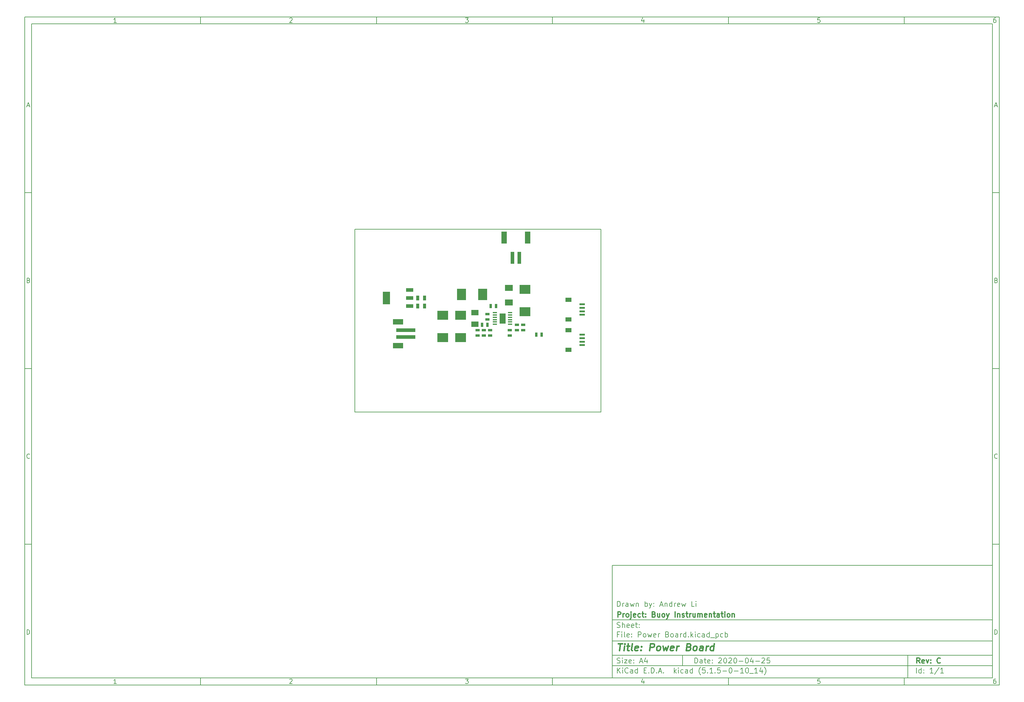
<source format=gbp>
G04 #@! TF.GenerationSoftware,KiCad,Pcbnew,(5.1.5-0-10_14)*
G04 #@! TF.CreationDate,2020-04-26T15:29:48+12:00*
G04 #@! TF.ProjectId,Power Board,506f7765-7220-4426-9f61-72642e6b6963,C*
G04 #@! TF.SameCoordinates,Original*
G04 #@! TF.FileFunction,Paste,Bot*
G04 #@! TF.FilePolarity,Positive*
%FSLAX46Y46*%
G04 Gerber Fmt 4.6, Leading zero omitted, Abs format (unit mm)*
G04 Created by KiCad (PCBNEW (5.1.5-0-10_14)) date 2020-04-26 15:29:48*
%MOMM*%
%LPD*%
G04 APERTURE LIST*
%ADD10C,0.100000*%
%ADD11C,0.150000*%
%ADD12C,0.300000*%
%ADD13C,0.400000*%
%ADD14C,0.200000*%
%ADD15R,1.500000X3.400000*%
%ADD16R,1.000000X3.500000*%
%ADD17R,2.500000X3.250000*%
%ADD18R,3.000000X1.600000*%
%ADD19R,5.500000X1.000000*%
%ADD20R,2.032000X1.016000*%
%ADD21R,2.032000X3.657600*%
%ADD22R,2.199640X1.800000*%
%ADD23R,1.651000X2.845000*%
%ADD24R,1.270000X0.381000*%
%ADD25R,1.800000X1.200000*%
%ADD26R,1.500000X0.600000*%
%ADD27R,2.032000X1.524000*%
%ADD28R,0.889000X1.397000*%
%ADD29R,1.143000X0.635000*%
%ADD30R,0.635000X1.143000*%
%ADD31R,3.100000X2.600000*%
G04 APERTURE END LIST*
D10*
D11*
X177002200Y-166007200D02*
X177002200Y-198007200D01*
X285002200Y-198007200D01*
X285002200Y-166007200D01*
X177002200Y-166007200D01*
D10*
D11*
X10000000Y-10000000D02*
X10000000Y-200007200D01*
X287002200Y-200007200D01*
X287002200Y-10000000D01*
X10000000Y-10000000D01*
D10*
D11*
X12000000Y-12000000D02*
X12000000Y-198007200D01*
X285002200Y-198007200D01*
X285002200Y-12000000D01*
X12000000Y-12000000D01*
D10*
D11*
X60000000Y-12000000D02*
X60000000Y-10000000D01*
D10*
D11*
X110000000Y-12000000D02*
X110000000Y-10000000D01*
D10*
D11*
X160000000Y-12000000D02*
X160000000Y-10000000D01*
D10*
D11*
X210000000Y-12000000D02*
X210000000Y-10000000D01*
D10*
D11*
X260000000Y-12000000D02*
X260000000Y-10000000D01*
D10*
D11*
X36065476Y-11588095D02*
X35322619Y-11588095D01*
X35694047Y-11588095D02*
X35694047Y-10288095D01*
X35570238Y-10473809D01*
X35446428Y-10597619D01*
X35322619Y-10659523D01*
D10*
D11*
X85322619Y-10411904D02*
X85384523Y-10350000D01*
X85508333Y-10288095D01*
X85817857Y-10288095D01*
X85941666Y-10350000D01*
X86003571Y-10411904D01*
X86065476Y-10535714D01*
X86065476Y-10659523D01*
X86003571Y-10845238D01*
X85260714Y-11588095D01*
X86065476Y-11588095D01*
D10*
D11*
X135260714Y-10288095D02*
X136065476Y-10288095D01*
X135632142Y-10783333D01*
X135817857Y-10783333D01*
X135941666Y-10845238D01*
X136003571Y-10907142D01*
X136065476Y-11030952D01*
X136065476Y-11340476D01*
X136003571Y-11464285D01*
X135941666Y-11526190D01*
X135817857Y-11588095D01*
X135446428Y-11588095D01*
X135322619Y-11526190D01*
X135260714Y-11464285D01*
D10*
D11*
X185941666Y-10721428D02*
X185941666Y-11588095D01*
X185632142Y-10226190D02*
X185322619Y-11154761D01*
X186127380Y-11154761D01*
D10*
D11*
X236003571Y-10288095D02*
X235384523Y-10288095D01*
X235322619Y-10907142D01*
X235384523Y-10845238D01*
X235508333Y-10783333D01*
X235817857Y-10783333D01*
X235941666Y-10845238D01*
X236003571Y-10907142D01*
X236065476Y-11030952D01*
X236065476Y-11340476D01*
X236003571Y-11464285D01*
X235941666Y-11526190D01*
X235817857Y-11588095D01*
X235508333Y-11588095D01*
X235384523Y-11526190D01*
X235322619Y-11464285D01*
D10*
D11*
X285941666Y-10288095D02*
X285694047Y-10288095D01*
X285570238Y-10350000D01*
X285508333Y-10411904D01*
X285384523Y-10597619D01*
X285322619Y-10845238D01*
X285322619Y-11340476D01*
X285384523Y-11464285D01*
X285446428Y-11526190D01*
X285570238Y-11588095D01*
X285817857Y-11588095D01*
X285941666Y-11526190D01*
X286003571Y-11464285D01*
X286065476Y-11340476D01*
X286065476Y-11030952D01*
X286003571Y-10907142D01*
X285941666Y-10845238D01*
X285817857Y-10783333D01*
X285570238Y-10783333D01*
X285446428Y-10845238D01*
X285384523Y-10907142D01*
X285322619Y-11030952D01*
D10*
D11*
X60000000Y-198007200D02*
X60000000Y-200007200D01*
D10*
D11*
X110000000Y-198007200D02*
X110000000Y-200007200D01*
D10*
D11*
X160000000Y-198007200D02*
X160000000Y-200007200D01*
D10*
D11*
X210000000Y-198007200D02*
X210000000Y-200007200D01*
D10*
D11*
X260000000Y-198007200D02*
X260000000Y-200007200D01*
D10*
D11*
X36065476Y-199595295D02*
X35322619Y-199595295D01*
X35694047Y-199595295D02*
X35694047Y-198295295D01*
X35570238Y-198481009D01*
X35446428Y-198604819D01*
X35322619Y-198666723D01*
D10*
D11*
X85322619Y-198419104D02*
X85384523Y-198357200D01*
X85508333Y-198295295D01*
X85817857Y-198295295D01*
X85941666Y-198357200D01*
X86003571Y-198419104D01*
X86065476Y-198542914D01*
X86065476Y-198666723D01*
X86003571Y-198852438D01*
X85260714Y-199595295D01*
X86065476Y-199595295D01*
D10*
D11*
X135260714Y-198295295D02*
X136065476Y-198295295D01*
X135632142Y-198790533D01*
X135817857Y-198790533D01*
X135941666Y-198852438D01*
X136003571Y-198914342D01*
X136065476Y-199038152D01*
X136065476Y-199347676D01*
X136003571Y-199471485D01*
X135941666Y-199533390D01*
X135817857Y-199595295D01*
X135446428Y-199595295D01*
X135322619Y-199533390D01*
X135260714Y-199471485D01*
D10*
D11*
X185941666Y-198728628D02*
X185941666Y-199595295D01*
X185632142Y-198233390D02*
X185322619Y-199161961D01*
X186127380Y-199161961D01*
D10*
D11*
X236003571Y-198295295D02*
X235384523Y-198295295D01*
X235322619Y-198914342D01*
X235384523Y-198852438D01*
X235508333Y-198790533D01*
X235817857Y-198790533D01*
X235941666Y-198852438D01*
X236003571Y-198914342D01*
X236065476Y-199038152D01*
X236065476Y-199347676D01*
X236003571Y-199471485D01*
X235941666Y-199533390D01*
X235817857Y-199595295D01*
X235508333Y-199595295D01*
X235384523Y-199533390D01*
X235322619Y-199471485D01*
D10*
D11*
X285941666Y-198295295D02*
X285694047Y-198295295D01*
X285570238Y-198357200D01*
X285508333Y-198419104D01*
X285384523Y-198604819D01*
X285322619Y-198852438D01*
X285322619Y-199347676D01*
X285384523Y-199471485D01*
X285446428Y-199533390D01*
X285570238Y-199595295D01*
X285817857Y-199595295D01*
X285941666Y-199533390D01*
X286003571Y-199471485D01*
X286065476Y-199347676D01*
X286065476Y-199038152D01*
X286003571Y-198914342D01*
X285941666Y-198852438D01*
X285817857Y-198790533D01*
X285570238Y-198790533D01*
X285446428Y-198852438D01*
X285384523Y-198914342D01*
X285322619Y-199038152D01*
D10*
D11*
X10000000Y-60000000D02*
X12000000Y-60000000D01*
D10*
D11*
X10000000Y-110000000D02*
X12000000Y-110000000D01*
D10*
D11*
X10000000Y-160000000D02*
X12000000Y-160000000D01*
D10*
D11*
X10690476Y-35216666D02*
X11309523Y-35216666D01*
X10566666Y-35588095D02*
X11000000Y-34288095D01*
X11433333Y-35588095D01*
D10*
D11*
X11092857Y-84907142D02*
X11278571Y-84969047D01*
X11340476Y-85030952D01*
X11402380Y-85154761D01*
X11402380Y-85340476D01*
X11340476Y-85464285D01*
X11278571Y-85526190D01*
X11154761Y-85588095D01*
X10659523Y-85588095D01*
X10659523Y-84288095D01*
X11092857Y-84288095D01*
X11216666Y-84350000D01*
X11278571Y-84411904D01*
X11340476Y-84535714D01*
X11340476Y-84659523D01*
X11278571Y-84783333D01*
X11216666Y-84845238D01*
X11092857Y-84907142D01*
X10659523Y-84907142D01*
D10*
D11*
X11402380Y-135464285D02*
X11340476Y-135526190D01*
X11154761Y-135588095D01*
X11030952Y-135588095D01*
X10845238Y-135526190D01*
X10721428Y-135402380D01*
X10659523Y-135278571D01*
X10597619Y-135030952D01*
X10597619Y-134845238D01*
X10659523Y-134597619D01*
X10721428Y-134473809D01*
X10845238Y-134350000D01*
X11030952Y-134288095D01*
X11154761Y-134288095D01*
X11340476Y-134350000D01*
X11402380Y-134411904D01*
D10*
D11*
X10659523Y-185588095D02*
X10659523Y-184288095D01*
X10969047Y-184288095D01*
X11154761Y-184350000D01*
X11278571Y-184473809D01*
X11340476Y-184597619D01*
X11402380Y-184845238D01*
X11402380Y-185030952D01*
X11340476Y-185278571D01*
X11278571Y-185402380D01*
X11154761Y-185526190D01*
X10969047Y-185588095D01*
X10659523Y-185588095D01*
D10*
D11*
X287002200Y-60000000D02*
X285002200Y-60000000D01*
D10*
D11*
X287002200Y-110000000D02*
X285002200Y-110000000D01*
D10*
D11*
X287002200Y-160000000D02*
X285002200Y-160000000D01*
D10*
D11*
X285692676Y-35216666D02*
X286311723Y-35216666D01*
X285568866Y-35588095D02*
X286002200Y-34288095D01*
X286435533Y-35588095D01*
D10*
D11*
X286095057Y-84907142D02*
X286280771Y-84969047D01*
X286342676Y-85030952D01*
X286404580Y-85154761D01*
X286404580Y-85340476D01*
X286342676Y-85464285D01*
X286280771Y-85526190D01*
X286156961Y-85588095D01*
X285661723Y-85588095D01*
X285661723Y-84288095D01*
X286095057Y-84288095D01*
X286218866Y-84350000D01*
X286280771Y-84411904D01*
X286342676Y-84535714D01*
X286342676Y-84659523D01*
X286280771Y-84783333D01*
X286218866Y-84845238D01*
X286095057Y-84907142D01*
X285661723Y-84907142D01*
D10*
D11*
X286404580Y-135464285D02*
X286342676Y-135526190D01*
X286156961Y-135588095D01*
X286033152Y-135588095D01*
X285847438Y-135526190D01*
X285723628Y-135402380D01*
X285661723Y-135278571D01*
X285599819Y-135030952D01*
X285599819Y-134845238D01*
X285661723Y-134597619D01*
X285723628Y-134473809D01*
X285847438Y-134350000D01*
X286033152Y-134288095D01*
X286156961Y-134288095D01*
X286342676Y-134350000D01*
X286404580Y-134411904D01*
D10*
D11*
X285661723Y-185588095D02*
X285661723Y-184288095D01*
X285971247Y-184288095D01*
X286156961Y-184350000D01*
X286280771Y-184473809D01*
X286342676Y-184597619D01*
X286404580Y-184845238D01*
X286404580Y-185030952D01*
X286342676Y-185278571D01*
X286280771Y-185402380D01*
X286156961Y-185526190D01*
X285971247Y-185588095D01*
X285661723Y-185588095D01*
D10*
D11*
X200434342Y-193785771D02*
X200434342Y-192285771D01*
X200791485Y-192285771D01*
X201005771Y-192357200D01*
X201148628Y-192500057D01*
X201220057Y-192642914D01*
X201291485Y-192928628D01*
X201291485Y-193142914D01*
X201220057Y-193428628D01*
X201148628Y-193571485D01*
X201005771Y-193714342D01*
X200791485Y-193785771D01*
X200434342Y-193785771D01*
X202577200Y-193785771D02*
X202577200Y-193000057D01*
X202505771Y-192857200D01*
X202362914Y-192785771D01*
X202077200Y-192785771D01*
X201934342Y-192857200D01*
X202577200Y-193714342D02*
X202434342Y-193785771D01*
X202077200Y-193785771D01*
X201934342Y-193714342D01*
X201862914Y-193571485D01*
X201862914Y-193428628D01*
X201934342Y-193285771D01*
X202077200Y-193214342D01*
X202434342Y-193214342D01*
X202577200Y-193142914D01*
X203077200Y-192785771D02*
X203648628Y-192785771D01*
X203291485Y-192285771D02*
X203291485Y-193571485D01*
X203362914Y-193714342D01*
X203505771Y-193785771D01*
X203648628Y-193785771D01*
X204720057Y-193714342D02*
X204577200Y-193785771D01*
X204291485Y-193785771D01*
X204148628Y-193714342D01*
X204077200Y-193571485D01*
X204077200Y-193000057D01*
X204148628Y-192857200D01*
X204291485Y-192785771D01*
X204577200Y-192785771D01*
X204720057Y-192857200D01*
X204791485Y-193000057D01*
X204791485Y-193142914D01*
X204077200Y-193285771D01*
X205434342Y-193642914D02*
X205505771Y-193714342D01*
X205434342Y-193785771D01*
X205362914Y-193714342D01*
X205434342Y-193642914D01*
X205434342Y-193785771D01*
X205434342Y-192857200D02*
X205505771Y-192928628D01*
X205434342Y-193000057D01*
X205362914Y-192928628D01*
X205434342Y-192857200D01*
X205434342Y-193000057D01*
X207220057Y-192428628D02*
X207291485Y-192357200D01*
X207434342Y-192285771D01*
X207791485Y-192285771D01*
X207934342Y-192357200D01*
X208005771Y-192428628D01*
X208077200Y-192571485D01*
X208077200Y-192714342D01*
X208005771Y-192928628D01*
X207148628Y-193785771D01*
X208077200Y-193785771D01*
X209005771Y-192285771D02*
X209148628Y-192285771D01*
X209291485Y-192357200D01*
X209362914Y-192428628D01*
X209434342Y-192571485D01*
X209505771Y-192857200D01*
X209505771Y-193214342D01*
X209434342Y-193500057D01*
X209362914Y-193642914D01*
X209291485Y-193714342D01*
X209148628Y-193785771D01*
X209005771Y-193785771D01*
X208862914Y-193714342D01*
X208791485Y-193642914D01*
X208720057Y-193500057D01*
X208648628Y-193214342D01*
X208648628Y-192857200D01*
X208720057Y-192571485D01*
X208791485Y-192428628D01*
X208862914Y-192357200D01*
X209005771Y-192285771D01*
X210077200Y-192428628D02*
X210148628Y-192357200D01*
X210291485Y-192285771D01*
X210648628Y-192285771D01*
X210791485Y-192357200D01*
X210862914Y-192428628D01*
X210934342Y-192571485D01*
X210934342Y-192714342D01*
X210862914Y-192928628D01*
X210005771Y-193785771D01*
X210934342Y-193785771D01*
X211862914Y-192285771D02*
X212005771Y-192285771D01*
X212148628Y-192357200D01*
X212220057Y-192428628D01*
X212291485Y-192571485D01*
X212362914Y-192857200D01*
X212362914Y-193214342D01*
X212291485Y-193500057D01*
X212220057Y-193642914D01*
X212148628Y-193714342D01*
X212005771Y-193785771D01*
X211862914Y-193785771D01*
X211720057Y-193714342D01*
X211648628Y-193642914D01*
X211577200Y-193500057D01*
X211505771Y-193214342D01*
X211505771Y-192857200D01*
X211577200Y-192571485D01*
X211648628Y-192428628D01*
X211720057Y-192357200D01*
X211862914Y-192285771D01*
X213005771Y-193214342D02*
X214148628Y-193214342D01*
X215148628Y-192285771D02*
X215291485Y-192285771D01*
X215434342Y-192357200D01*
X215505771Y-192428628D01*
X215577200Y-192571485D01*
X215648628Y-192857200D01*
X215648628Y-193214342D01*
X215577200Y-193500057D01*
X215505771Y-193642914D01*
X215434342Y-193714342D01*
X215291485Y-193785771D01*
X215148628Y-193785771D01*
X215005771Y-193714342D01*
X214934342Y-193642914D01*
X214862914Y-193500057D01*
X214791485Y-193214342D01*
X214791485Y-192857200D01*
X214862914Y-192571485D01*
X214934342Y-192428628D01*
X215005771Y-192357200D01*
X215148628Y-192285771D01*
X216934342Y-192785771D02*
X216934342Y-193785771D01*
X216577200Y-192214342D02*
X216220057Y-193285771D01*
X217148628Y-193285771D01*
X217720057Y-193214342D02*
X218862914Y-193214342D01*
X219505771Y-192428628D02*
X219577200Y-192357200D01*
X219720057Y-192285771D01*
X220077200Y-192285771D01*
X220220057Y-192357200D01*
X220291485Y-192428628D01*
X220362914Y-192571485D01*
X220362914Y-192714342D01*
X220291485Y-192928628D01*
X219434342Y-193785771D01*
X220362914Y-193785771D01*
X221720057Y-192285771D02*
X221005771Y-192285771D01*
X220934342Y-193000057D01*
X221005771Y-192928628D01*
X221148628Y-192857200D01*
X221505771Y-192857200D01*
X221648628Y-192928628D01*
X221720057Y-193000057D01*
X221791485Y-193142914D01*
X221791485Y-193500057D01*
X221720057Y-193642914D01*
X221648628Y-193714342D01*
X221505771Y-193785771D01*
X221148628Y-193785771D01*
X221005771Y-193714342D01*
X220934342Y-193642914D01*
D10*
D11*
X177002200Y-194507200D02*
X285002200Y-194507200D01*
D10*
D11*
X178434342Y-196585771D02*
X178434342Y-195085771D01*
X179291485Y-196585771D02*
X178648628Y-195728628D01*
X179291485Y-195085771D02*
X178434342Y-195942914D01*
X179934342Y-196585771D02*
X179934342Y-195585771D01*
X179934342Y-195085771D02*
X179862914Y-195157200D01*
X179934342Y-195228628D01*
X180005771Y-195157200D01*
X179934342Y-195085771D01*
X179934342Y-195228628D01*
X181505771Y-196442914D02*
X181434342Y-196514342D01*
X181220057Y-196585771D01*
X181077200Y-196585771D01*
X180862914Y-196514342D01*
X180720057Y-196371485D01*
X180648628Y-196228628D01*
X180577200Y-195942914D01*
X180577200Y-195728628D01*
X180648628Y-195442914D01*
X180720057Y-195300057D01*
X180862914Y-195157200D01*
X181077200Y-195085771D01*
X181220057Y-195085771D01*
X181434342Y-195157200D01*
X181505771Y-195228628D01*
X182791485Y-196585771D02*
X182791485Y-195800057D01*
X182720057Y-195657200D01*
X182577200Y-195585771D01*
X182291485Y-195585771D01*
X182148628Y-195657200D01*
X182791485Y-196514342D02*
X182648628Y-196585771D01*
X182291485Y-196585771D01*
X182148628Y-196514342D01*
X182077200Y-196371485D01*
X182077200Y-196228628D01*
X182148628Y-196085771D01*
X182291485Y-196014342D01*
X182648628Y-196014342D01*
X182791485Y-195942914D01*
X184148628Y-196585771D02*
X184148628Y-195085771D01*
X184148628Y-196514342D02*
X184005771Y-196585771D01*
X183720057Y-196585771D01*
X183577200Y-196514342D01*
X183505771Y-196442914D01*
X183434342Y-196300057D01*
X183434342Y-195871485D01*
X183505771Y-195728628D01*
X183577200Y-195657200D01*
X183720057Y-195585771D01*
X184005771Y-195585771D01*
X184148628Y-195657200D01*
X186005771Y-195800057D02*
X186505771Y-195800057D01*
X186720057Y-196585771D02*
X186005771Y-196585771D01*
X186005771Y-195085771D01*
X186720057Y-195085771D01*
X187362914Y-196442914D02*
X187434342Y-196514342D01*
X187362914Y-196585771D01*
X187291485Y-196514342D01*
X187362914Y-196442914D01*
X187362914Y-196585771D01*
X188077200Y-196585771D02*
X188077200Y-195085771D01*
X188434342Y-195085771D01*
X188648628Y-195157200D01*
X188791485Y-195300057D01*
X188862914Y-195442914D01*
X188934342Y-195728628D01*
X188934342Y-195942914D01*
X188862914Y-196228628D01*
X188791485Y-196371485D01*
X188648628Y-196514342D01*
X188434342Y-196585771D01*
X188077200Y-196585771D01*
X189577200Y-196442914D02*
X189648628Y-196514342D01*
X189577200Y-196585771D01*
X189505771Y-196514342D01*
X189577200Y-196442914D01*
X189577200Y-196585771D01*
X190220057Y-196157200D02*
X190934342Y-196157200D01*
X190077200Y-196585771D02*
X190577200Y-195085771D01*
X191077200Y-196585771D01*
X191577200Y-196442914D02*
X191648628Y-196514342D01*
X191577200Y-196585771D01*
X191505771Y-196514342D01*
X191577200Y-196442914D01*
X191577200Y-196585771D01*
X194577200Y-196585771D02*
X194577200Y-195085771D01*
X194720057Y-196014342D02*
X195148628Y-196585771D01*
X195148628Y-195585771D02*
X194577200Y-196157200D01*
X195791485Y-196585771D02*
X195791485Y-195585771D01*
X195791485Y-195085771D02*
X195720057Y-195157200D01*
X195791485Y-195228628D01*
X195862914Y-195157200D01*
X195791485Y-195085771D01*
X195791485Y-195228628D01*
X197148628Y-196514342D02*
X197005771Y-196585771D01*
X196720057Y-196585771D01*
X196577200Y-196514342D01*
X196505771Y-196442914D01*
X196434342Y-196300057D01*
X196434342Y-195871485D01*
X196505771Y-195728628D01*
X196577200Y-195657200D01*
X196720057Y-195585771D01*
X197005771Y-195585771D01*
X197148628Y-195657200D01*
X198434342Y-196585771D02*
X198434342Y-195800057D01*
X198362914Y-195657200D01*
X198220057Y-195585771D01*
X197934342Y-195585771D01*
X197791485Y-195657200D01*
X198434342Y-196514342D02*
X198291485Y-196585771D01*
X197934342Y-196585771D01*
X197791485Y-196514342D01*
X197720057Y-196371485D01*
X197720057Y-196228628D01*
X197791485Y-196085771D01*
X197934342Y-196014342D01*
X198291485Y-196014342D01*
X198434342Y-195942914D01*
X199791485Y-196585771D02*
X199791485Y-195085771D01*
X199791485Y-196514342D02*
X199648628Y-196585771D01*
X199362914Y-196585771D01*
X199220057Y-196514342D01*
X199148628Y-196442914D01*
X199077200Y-196300057D01*
X199077200Y-195871485D01*
X199148628Y-195728628D01*
X199220057Y-195657200D01*
X199362914Y-195585771D01*
X199648628Y-195585771D01*
X199791485Y-195657200D01*
X202077200Y-197157200D02*
X202005771Y-197085771D01*
X201862914Y-196871485D01*
X201791485Y-196728628D01*
X201720057Y-196514342D01*
X201648628Y-196157200D01*
X201648628Y-195871485D01*
X201720057Y-195514342D01*
X201791485Y-195300057D01*
X201862914Y-195157200D01*
X202005771Y-194942914D01*
X202077200Y-194871485D01*
X203362914Y-195085771D02*
X202648628Y-195085771D01*
X202577200Y-195800057D01*
X202648628Y-195728628D01*
X202791485Y-195657200D01*
X203148628Y-195657200D01*
X203291485Y-195728628D01*
X203362914Y-195800057D01*
X203434342Y-195942914D01*
X203434342Y-196300057D01*
X203362914Y-196442914D01*
X203291485Y-196514342D01*
X203148628Y-196585771D01*
X202791485Y-196585771D01*
X202648628Y-196514342D01*
X202577200Y-196442914D01*
X204077200Y-196442914D02*
X204148628Y-196514342D01*
X204077200Y-196585771D01*
X204005771Y-196514342D01*
X204077200Y-196442914D01*
X204077200Y-196585771D01*
X205577200Y-196585771D02*
X204720057Y-196585771D01*
X205148628Y-196585771D02*
X205148628Y-195085771D01*
X205005771Y-195300057D01*
X204862914Y-195442914D01*
X204720057Y-195514342D01*
X206220057Y-196442914D02*
X206291485Y-196514342D01*
X206220057Y-196585771D01*
X206148628Y-196514342D01*
X206220057Y-196442914D01*
X206220057Y-196585771D01*
X207648628Y-195085771D02*
X206934342Y-195085771D01*
X206862914Y-195800057D01*
X206934342Y-195728628D01*
X207077200Y-195657200D01*
X207434342Y-195657200D01*
X207577200Y-195728628D01*
X207648628Y-195800057D01*
X207720057Y-195942914D01*
X207720057Y-196300057D01*
X207648628Y-196442914D01*
X207577200Y-196514342D01*
X207434342Y-196585771D01*
X207077200Y-196585771D01*
X206934342Y-196514342D01*
X206862914Y-196442914D01*
X208362914Y-196014342D02*
X209505771Y-196014342D01*
X210505771Y-195085771D02*
X210648628Y-195085771D01*
X210791485Y-195157200D01*
X210862914Y-195228628D01*
X210934342Y-195371485D01*
X211005771Y-195657200D01*
X211005771Y-196014342D01*
X210934342Y-196300057D01*
X210862914Y-196442914D01*
X210791485Y-196514342D01*
X210648628Y-196585771D01*
X210505771Y-196585771D01*
X210362914Y-196514342D01*
X210291485Y-196442914D01*
X210220057Y-196300057D01*
X210148628Y-196014342D01*
X210148628Y-195657200D01*
X210220057Y-195371485D01*
X210291485Y-195228628D01*
X210362914Y-195157200D01*
X210505771Y-195085771D01*
X211648628Y-196014342D02*
X212791485Y-196014342D01*
X214291485Y-196585771D02*
X213434342Y-196585771D01*
X213862914Y-196585771D02*
X213862914Y-195085771D01*
X213720057Y-195300057D01*
X213577200Y-195442914D01*
X213434342Y-195514342D01*
X215220057Y-195085771D02*
X215362914Y-195085771D01*
X215505771Y-195157200D01*
X215577200Y-195228628D01*
X215648628Y-195371485D01*
X215720057Y-195657200D01*
X215720057Y-196014342D01*
X215648628Y-196300057D01*
X215577200Y-196442914D01*
X215505771Y-196514342D01*
X215362914Y-196585771D01*
X215220057Y-196585771D01*
X215077200Y-196514342D01*
X215005771Y-196442914D01*
X214934342Y-196300057D01*
X214862914Y-196014342D01*
X214862914Y-195657200D01*
X214934342Y-195371485D01*
X215005771Y-195228628D01*
X215077200Y-195157200D01*
X215220057Y-195085771D01*
X216005771Y-196728628D02*
X217148628Y-196728628D01*
X218291485Y-196585771D02*
X217434342Y-196585771D01*
X217862914Y-196585771D02*
X217862914Y-195085771D01*
X217720057Y-195300057D01*
X217577200Y-195442914D01*
X217434342Y-195514342D01*
X219577200Y-195585771D02*
X219577200Y-196585771D01*
X219220057Y-195014342D02*
X218862914Y-196085771D01*
X219791485Y-196085771D01*
X220220057Y-197157200D02*
X220291485Y-197085771D01*
X220434342Y-196871485D01*
X220505771Y-196728628D01*
X220577200Y-196514342D01*
X220648628Y-196157200D01*
X220648628Y-195871485D01*
X220577200Y-195514342D01*
X220505771Y-195300057D01*
X220434342Y-195157200D01*
X220291485Y-194942914D01*
X220220057Y-194871485D01*
D10*
D11*
X177002200Y-191507200D02*
X285002200Y-191507200D01*
D10*
D12*
X264411485Y-193785771D02*
X263911485Y-193071485D01*
X263554342Y-193785771D02*
X263554342Y-192285771D01*
X264125771Y-192285771D01*
X264268628Y-192357200D01*
X264340057Y-192428628D01*
X264411485Y-192571485D01*
X264411485Y-192785771D01*
X264340057Y-192928628D01*
X264268628Y-193000057D01*
X264125771Y-193071485D01*
X263554342Y-193071485D01*
X265625771Y-193714342D02*
X265482914Y-193785771D01*
X265197200Y-193785771D01*
X265054342Y-193714342D01*
X264982914Y-193571485D01*
X264982914Y-193000057D01*
X265054342Y-192857200D01*
X265197200Y-192785771D01*
X265482914Y-192785771D01*
X265625771Y-192857200D01*
X265697200Y-193000057D01*
X265697200Y-193142914D01*
X264982914Y-193285771D01*
X266197200Y-192785771D02*
X266554342Y-193785771D01*
X266911485Y-192785771D01*
X267482914Y-193642914D02*
X267554342Y-193714342D01*
X267482914Y-193785771D01*
X267411485Y-193714342D01*
X267482914Y-193642914D01*
X267482914Y-193785771D01*
X267482914Y-192857200D02*
X267554342Y-192928628D01*
X267482914Y-193000057D01*
X267411485Y-192928628D01*
X267482914Y-192857200D01*
X267482914Y-193000057D01*
X270197200Y-193642914D02*
X270125771Y-193714342D01*
X269911485Y-193785771D01*
X269768628Y-193785771D01*
X269554342Y-193714342D01*
X269411485Y-193571485D01*
X269340057Y-193428628D01*
X269268628Y-193142914D01*
X269268628Y-192928628D01*
X269340057Y-192642914D01*
X269411485Y-192500057D01*
X269554342Y-192357200D01*
X269768628Y-192285771D01*
X269911485Y-192285771D01*
X270125771Y-192357200D01*
X270197200Y-192428628D01*
D10*
D11*
X178362914Y-193714342D02*
X178577200Y-193785771D01*
X178934342Y-193785771D01*
X179077200Y-193714342D01*
X179148628Y-193642914D01*
X179220057Y-193500057D01*
X179220057Y-193357200D01*
X179148628Y-193214342D01*
X179077200Y-193142914D01*
X178934342Y-193071485D01*
X178648628Y-193000057D01*
X178505771Y-192928628D01*
X178434342Y-192857200D01*
X178362914Y-192714342D01*
X178362914Y-192571485D01*
X178434342Y-192428628D01*
X178505771Y-192357200D01*
X178648628Y-192285771D01*
X179005771Y-192285771D01*
X179220057Y-192357200D01*
X179862914Y-193785771D02*
X179862914Y-192785771D01*
X179862914Y-192285771D02*
X179791485Y-192357200D01*
X179862914Y-192428628D01*
X179934342Y-192357200D01*
X179862914Y-192285771D01*
X179862914Y-192428628D01*
X180434342Y-192785771D02*
X181220057Y-192785771D01*
X180434342Y-193785771D01*
X181220057Y-193785771D01*
X182362914Y-193714342D02*
X182220057Y-193785771D01*
X181934342Y-193785771D01*
X181791485Y-193714342D01*
X181720057Y-193571485D01*
X181720057Y-193000057D01*
X181791485Y-192857200D01*
X181934342Y-192785771D01*
X182220057Y-192785771D01*
X182362914Y-192857200D01*
X182434342Y-193000057D01*
X182434342Y-193142914D01*
X181720057Y-193285771D01*
X183077200Y-193642914D02*
X183148628Y-193714342D01*
X183077200Y-193785771D01*
X183005771Y-193714342D01*
X183077200Y-193642914D01*
X183077200Y-193785771D01*
X183077200Y-192857200D02*
X183148628Y-192928628D01*
X183077200Y-193000057D01*
X183005771Y-192928628D01*
X183077200Y-192857200D01*
X183077200Y-193000057D01*
X184862914Y-193357200D02*
X185577200Y-193357200D01*
X184720057Y-193785771D02*
X185220057Y-192285771D01*
X185720057Y-193785771D01*
X186862914Y-192785771D02*
X186862914Y-193785771D01*
X186505771Y-192214342D02*
X186148628Y-193285771D01*
X187077200Y-193285771D01*
D10*
D11*
X263434342Y-196585771D02*
X263434342Y-195085771D01*
X264791485Y-196585771D02*
X264791485Y-195085771D01*
X264791485Y-196514342D02*
X264648628Y-196585771D01*
X264362914Y-196585771D01*
X264220057Y-196514342D01*
X264148628Y-196442914D01*
X264077200Y-196300057D01*
X264077200Y-195871485D01*
X264148628Y-195728628D01*
X264220057Y-195657200D01*
X264362914Y-195585771D01*
X264648628Y-195585771D01*
X264791485Y-195657200D01*
X265505771Y-196442914D02*
X265577200Y-196514342D01*
X265505771Y-196585771D01*
X265434342Y-196514342D01*
X265505771Y-196442914D01*
X265505771Y-196585771D01*
X265505771Y-195657200D02*
X265577200Y-195728628D01*
X265505771Y-195800057D01*
X265434342Y-195728628D01*
X265505771Y-195657200D01*
X265505771Y-195800057D01*
X268148628Y-196585771D02*
X267291485Y-196585771D01*
X267720057Y-196585771D02*
X267720057Y-195085771D01*
X267577200Y-195300057D01*
X267434342Y-195442914D01*
X267291485Y-195514342D01*
X269862914Y-195014342D02*
X268577200Y-196942914D01*
X271148628Y-196585771D02*
X270291485Y-196585771D01*
X270720057Y-196585771D02*
X270720057Y-195085771D01*
X270577200Y-195300057D01*
X270434342Y-195442914D01*
X270291485Y-195514342D01*
D10*
D11*
X177002200Y-187507200D02*
X285002200Y-187507200D01*
D10*
D13*
X178714580Y-188211961D02*
X179857438Y-188211961D01*
X179036009Y-190211961D02*
X179286009Y-188211961D01*
X180274104Y-190211961D02*
X180440771Y-188878628D01*
X180524104Y-188211961D02*
X180416961Y-188307200D01*
X180500295Y-188402438D01*
X180607438Y-188307200D01*
X180524104Y-188211961D01*
X180500295Y-188402438D01*
X181107438Y-188878628D02*
X181869342Y-188878628D01*
X181476485Y-188211961D02*
X181262200Y-189926247D01*
X181333628Y-190116723D01*
X181512200Y-190211961D01*
X181702676Y-190211961D01*
X182655057Y-190211961D02*
X182476485Y-190116723D01*
X182405057Y-189926247D01*
X182619342Y-188211961D01*
X184190771Y-190116723D02*
X183988390Y-190211961D01*
X183607438Y-190211961D01*
X183428866Y-190116723D01*
X183357438Y-189926247D01*
X183452676Y-189164342D01*
X183571723Y-188973866D01*
X183774104Y-188878628D01*
X184155057Y-188878628D01*
X184333628Y-188973866D01*
X184405057Y-189164342D01*
X184381247Y-189354819D01*
X183405057Y-189545295D01*
X185155057Y-190021485D02*
X185238390Y-190116723D01*
X185131247Y-190211961D01*
X185047914Y-190116723D01*
X185155057Y-190021485D01*
X185131247Y-190211961D01*
X185286009Y-188973866D02*
X185369342Y-189069104D01*
X185262200Y-189164342D01*
X185178866Y-189069104D01*
X185286009Y-188973866D01*
X185262200Y-189164342D01*
X187607438Y-190211961D02*
X187857438Y-188211961D01*
X188619342Y-188211961D01*
X188797914Y-188307200D01*
X188881247Y-188402438D01*
X188952676Y-188592914D01*
X188916961Y-188878628D01*
X188797914Y-189069104D01*
X188690771Y-189164342D01*
X188488390Y-189259580D01*
X187726485Y-189259580D01*
X189893152Y-190211961D02*
X189714580Y-190116723D01*
X189631247Y-190021485D01*
X189559819Y-189831009D01*
X189631247Y-189259580D01*
X189750295Y-189069104D01*
X189857438Y-188973866D01*
X190059819Y-188878628D01*
X190345533Y-188878628D01*
X190524104Y-188973866D01*
X190607438Y-189069104D01*
X190678866Y-189259580D01*
X190607438Y-189831009D01*
X190488390Y-190021485D01*
X190381247Y-190116723D01*
X190178866Y-190211961D01*
X189893152Y-190211961D01*
X191393152Y-188878628D02*
X191607438Y-190211961D01*
X192107438Y-189259580D01*
X192369342Y-190211961D01*
X192916961Y-188878628D01*
X194286009Y-190116723D02*
X194083628Y-190211961D01*
X193702676Y-190211961D01*
X193524104Y-190116723D01*
X193452676Y-189926247D01*
X193547914Y-189164342D01*
X193666961Y-188973866D01*
X193869342Y-188878628D01*
X194250295Y-188878628D01*
X194428866Y-188973866D01*
X194500295Y-189164342D01*
X194476485Y-189354819D01*
X193500295Y-189545295D01*
X195226485Y-190211961D02*
X195393152Y-188878628D01*
X195345533Y-189259580D02*
X195464580Y-189069104D01*
X195571723Y-188973866D01*
X195774104Y-188878628D01*
X195964580Y-188878628D01*
X198786009Y-189164342D02*
X199059819Y-189259580D01*
X199143152Y-189354819D01*
X199214580Y-189545295D01*
X199178866Y-189831009D01*
X199059819Y-190021485D01*
X198952676Y-190116723D01*
X198750295Y-190211961D01*
X197988390Y-190211961D01*
X198238390Y-188211961D01*
X198905057Y-188211961D01*
X199083628Y-188307200D01*
X199166961Y-188402438D01*
X199238390Y-188592914D01*
X199214580Y-188783390D01*
X199095533Y-188973866D01*
X198988390Y-189069104D01*
X198786009Y-189164342D01*
X198119342Y-189164342D01*
X200274104Y-190211961D02*
X200095533Y-190116723D01*
X200012200Y-190021485D01*
X199940771Y-189831009D01*
X200012200Y-189259580D01*
X200131247Y-189069104D01*
X200238390Y-188973866D01*
X200440771Y-188878628D01*
X200726485Y-188878628D01*
X200905057Y-188973866D01*
X200988390Y-189069104D01*
X201059819Y-189259580D01*
X200988390Y-189831009D01*
X200869342Y-190021485D01*
X200762200Y-190116723D01*
X200559819Y-190211961D01*
X200274104Y-190211961D01*
X202655057Y-190211961D02*
X202786009Y-189164342D01*
X202714580Y-188973866D01*
X202536009Y-188878628D01*
X202155057Y-188878628D01*
X201952676Y-188973866D01*
X202666961Y-190116723D02*
X202464580Y-190211961D01*
X201988390Y-190211961D01*
X201809819Y-190116723D01*
X201738390Y-189926247D01*
X201762200Y-189735771D01*
X201881247Y-189545295D01*
X202083628Y-189450057D01*
X202559819Y-189450057D01*
X202762200Y-189354819D01*
X203607438Y-190211961D02*
X203774104Y-188878628D01*
X203726485Y-189259580D02*
X203845533Y-189069104D01*
X203952676Y-188973866D01*
X204155057Y-188878628D01*
X204345533Y-188878628D01*
X205702676Y-190211961D02*
X205952676Y-188211961D01*
X205714580Y-190116723D02*
X205512200Y-190211961D01*
X205131247Y-190211961D01*
X204952676Y-190116723D01*
X204869342Y-190021485D01*
X204797914Y-189831009D01*
X204869342Y-189259580D01*
X204988390Y-189069104D01*
X205095533Y-188973866D01*
X205297914Y-188878628D01*
X205678866Y-188878628D01*
X205857438Y-188973866D01*
D10*
D11*
X178934342Y-185600057D02*
X178434342Y-185600057D01*
X178434342Y-186385771D02*
X178434342Y-184885771D01*
X179148628Y-184885771D01*
X179720057Y-186385771D02*
X179720057Y-185385771D01*
X179720057Y-184885771D02*
X179648628Y-184957200D01*
X179720057Y-185028628D01*
X179791485Y-184957200D01*
X179720057Y-184885771D01*
X179720057Y-185028628D01*
X180648628Y-186385771D02*
X180505771Y-186314342D01*
X180434342Y-186171485D01*
X180434342Y-184885771D01*
X181791485Y-186314342D02*
X181648628Y-186385771D01*
X181362914Y-186385771D01*
X181220057Y-186314342D01*
X181148628Y-186171485D01*
X181148628Y-185600057D01*
X181220057Y-185457200D01*
X181362914Y-185385771D01*
X181648628Y-185385771D01*
X181791485Y-185457200D01*
X181862914Y-185600057D01*
X181862914Y-185742914D01*
X181148628Y-185885771D01*
X182505771Y-186242914D02*
X182577200Y-186314342D01*
X182505771Y-186385771D01*
X182434342Y-186314342D01*
X182505771Y-186242914D01*
X182505771Y-186385771D01*
X182505771Y-185457200D02*
X182577200Y-185528628D01*
X182505771Y-185600057D01*
X182434342Y-185528628D01*
X182505771Y-185457200D01*
X182505771Y-185600057D01*
X184362914Y-186385771D02*
X184362914Y-184885771D01*
X184934342Y-184885771D01*
X185077200Y-184957200D01*
X185148628Y-185028628D01*
X185220057Y-185171485D01*
X185220057Y-185385771D01*
X185148628Y-185528628D01*
X185077200Y-185600057D01*
X184934342Y-185671485D01*
X184362914Y-185671485D01*
X186077200Y-186385771D02*
X185934342Y-186314342D01*
X185862914Y-186242914D01*
X185791485Y-186100057D01*
X185791485Y-185671485D01*
X185862914Y-185528628D01*
X185934342Y-185457200D01*
X186077200Y-185385771D01*
X186291485Y-185385771D01*
X186434342Y-185457200D01*
X186505771Y-185528628D01*
X186577200Y-185671485D01*
X186577200Y-186100057D01*
X186505771Y-186242914D01*
X186434342Y-186314342D01*
X186291485Y-186385771D01*
X186077200Y-186385771D01*
X187077200Y-185385771D02*
X187362914Y-186385771D01*
X187648628Y-185671485D01*
X187934342Y-186385771D01*
X188220057Y-185385771D01*
X189362914Y-186314342D02*
X189220057Y-186385771D01*
X188934342Y-186385771D01*
X188791485Y-186314342D01*
X188720057Y-186171485D01*
X188720057Y-185600057D01*
X188791485Y-185457200D01*
X188934342Y-185385771D01*
X189220057Y-185385771D01*
X189362914Y-185457200D01*
X189434342Y-185600057D01*
X189434342Y-185742914D01*
X188720057Y-185885771D01*
X190077200Y-186385771D02*
X190077200Y-185385771D01*
X190077200Y-185671485D02*
X190148628Y-185528628D01*
X190220057Y-185457200D01*
X190362914Y-185385771D01*
X190505771Y-185385771D01*
X192648628Y-185600057D02*
X192862914Y-185671485D01*
X192934342Y-185742914D01*
X193005771Y-185885771D01*
X193005771Y-186100057D01*
X192934342Y-186242914D01*
X192862914Y-186314342D01*
X192720057Y-186385771D01*
X192148628Y-186385771D01*
X192148628Y-184885771D01*
X192648628Y-184885771D01*
X192791485Y-184957200D01*
X192862914Y-185028628D01*
X192934342Y-185171485D01*
X192934342Y-185314342D01*
X192862914Y-185457200D01*
X192791485Y-185528628D01*
X192648628Y-185600057D01*
X192148628Y-185600057D01*
X193862914Y-186385771D02*
X193720057Y-186314342D01*
X193648628Y-186242914D01*
X193577200Y-186100057D01*
X193577200Y-185671485D01*
X193648628Y-185528628D01*
X193720057Y-185457200D01*
X193862914Y-185385771D01*
X194077200Y-185385771D01*
X194220057Y-185457200D01*
X194291485Y-185528628D01*
X194362914Y-185671485D01*
X194362914Y-186100057D01*
X194291485Y-186242914D01*
X194220057Y-186314342D01*
X194077200Y-186385771D01*
X193862914Y-186385771D01*
X195648628Y-186385771D02*
X195648628Y-185600057D01*
X195577200Y-185457200D01*
X195434342Y-185385771D01*
X195148628Y-185385771D01*
X195005771Y-185457200D01*
X195648628Y-186314342D02*
X195505771Y-186385771D01*
X195148628Y-186385771D01*
X195005771Y-186314342D01*
X194934342Y-186171485D01*
X194934342Y-186028628D01*
X195005771Y-185885771D01*
X195148628Y-185814342D01*
X195505771Y-185814342D01*
X195648628Y-185742914D01*
X196362914Y-186385771D02*
X196362914Y-185385771D01*
X196362914Y-185671485D02*
X196434342Y-185528628D01*
X196505771Y-185457200D01*
X196648628Y-185385771D01*
X196791485Y-185385771D01*
X197934342Y-186385771D02*
X197934342Y-184885771D01*
X197934342Y-186314342D02*
X197791485Y-186385771D01*
X197505771Y-186385771D01*
X197362914Y-186314342D01*
X197291485Y-186242914D01*
X197220057Y-186100057D01*
X197220057Y-185671485D01*
X197291485Y-185528628D01*
X197362914Y-185457200D01*
X197505771Y-185385771D01*
X197791485Y-185385771D01*
X197934342Y-185457200D01*
X198648628Y-186242914D02*
X198720057Y-186314342D01*
X198648628Y-186385771D01*
X198577200Y-186314342D01*
X198648628Y-186242914D01*
X198648628Y-186385771D01*
X199362914Y-186385771D02*
X199362914Y-184885771D01*
X199505771Y-185814342D02*
X199934342Y-186385771D01*
X199934342Y-185385771D02*
X199362914Y-185957200D01*
X200577200Y-186385771D02*
X200577200Y-185385771D01*
X200577200Y-184885771D02*
X200505771Y-184957200D01*
X200577200Y-185028628D01*
X200648628Y-184957200D01*
X200577200Y-184885771D01*
X200577200Y-185028628D01*
X201934342Y-186314342D02*
X201791485Y-186385771D01*
X201505771Y-186385771D01*
X201362914Y-186314342D01*
X201291485Y-186242914D01*
X201220057Y-186100057D01*
X201220057Y-185671485D01*
X201291485Y-185528628D01*
X201362914Y-185457200D01*
X201505771Y-185385771D01*
X201791485Y-185385771D01*
X201934342Y-185457200D01*
X203220057Y-186385771D02*
X203220057Y-185600057D01*
X203148628Y-185457200D01*
X203005771Y-185385771D01*
X202720057Y-185385771D01*
X202577200Y-185457200D01*
X203220057Y-186314342D02*
X203077200Y-186385771D01*
X202720057Y-186385771D01*
X202577200Y-186314342D01*
X202505771Y-186171485D01*
X202505771Y-186028628D01*
X202577200Y-185885771D01*
X202720057Y-185814342D01*
X203077200Y-185814342D01*
X203220057Y-185742914D01*
X204577200Y-186385771D02*
X204577200Y-184885771D01*
X204577200Y-186314342D02*
X204434342Y-186385771D01*
X204148628Y-186385771D01*
X204005771Y-186314342D01*
X203934342Y-186242914D01*
X203862914Y-186100057D01*
X203862914Y-185671485D01*
X203934342Y-185528628D01*
X204005771Y-185457200D01*
X204148628Y-185385771D01*
X204434342Y-185385771D01*
X204577200Y-185457200D01*
X204934342Y-186528628D02*
X206077200Y-186528628D01*
X206434342Y-185385771D02*
X206434342Y-186885771D01*
X206434342Y-185457200D02*
X206577200Y-185385771D01*
X206862914Y-185385771D01*
X207005771Y-185457200D01*
X207077200Y-185528628D01*
X207148628Y-185671485D01*
X207148628Y-186100057D01*
X207077200Y-186242914D01*
X207005771Y-186314342D01*
X206862914Y-186385771D01*
X206577200Y-186385771D01*
X206434342Y-186314342D01*
X208434342Y-186314342D02*
X208291485Y-186385771D01*
X208005771Y-186385771D01*
X207862914Y-186314342D01*
X207791485Y-186242914D01*
X207720057Y-186100057D01*
X207720057Y-185671485D01*
X207791485Y-185528628D01*
X207862914Y-185457200D01*
X208005771Y-185385771D01*
X208291485Y-185385771D01*
X208434342Y-185457200D01*
X209077200Y-186385771D02*
X209077200Y-184885771D01*
X209077200Y-185457200D02*
X209220057Y-185385771D01*
X209505771Y-185385771D01*
X209648628Y-185457200D01*
X209720057Y-185528628D01*
X209791485Y-185671485D01*
X209791485Y-186100057D01*
X209720057Y-186242914D01*
X209648628Y-186314342D01*
X209505771Y-186385771D01*
X209220057Y-186385771D01*
X209077200Y-186314342D01*
D10*
D11*
X177002200Y-181507200D02*
X285002200Y-181507200D01*
D10*
D11*
X178362914Y-183614342D02*
X178577200Y-183685771D01*
X178934342Y-183685771D01*
X179077200Y-183614342D01*
X179148628Y-183542914D01*
X179220057Y-183400057D01*
X179220057Y-183257200D01*
X179148628Y-183114342D01*
X179077200Y-183042914D01*
X178934342Y-182971485D01*
X178648628Y-182900057D01*
X178505771Y-182828628D01*
X178434342Y-182757200D01*
X178362914Y-182614342D01*
X178362914Y-182471485D01*
X178434342Y-182328628D01*
X178505771Y-182257200D01*
X178648628Y-182185771D01*
X179005771Y-182185771D01*
X179220057Y-182257200D01*
X179862914Y-183685771D02*
X179862914Y-182185771D01*
X180505771Y-183685771D02*
X180505771Y-182900057D01*
X180434342Y-182757200D01*
X180291485Y-182685771D01*
X180077200Y-182685771D01*
X179934342Y-182757200D01*
X179862914Y-182828628D01*
X181791485Y-183614342D02*
X181648628Y-183685771D01*
X181362914Y-183685771D01*
X181220057Y-183614342D01*
X181148628Y-183471485D01*
X181148628Y-182900057D01*
X181220057Y-182757200D01*
X181362914Y-182685771D01*
X181648628Y-182685771D01*
X181791485Y-182757200D01*
X181862914Y-182900057D01*
X181862914Y-183042914D01*
X181148628Y-183185771D01*
X183077200Y-183614342D02*
X182934342Y-183685771D01*
X182648628Y-183685771D01*
X182505771Y-183614342D01*
X182434342Y-183471485D01*
X182434342Y-182900057D01*
X182505771Y-182757200D01*
X182648628Y-182685771D01*
X182934342Y-182685771D01*
X183077200Y-182757200D01*
X183148628Y-182900057D01*
X183148628Y-183042914D01*
X182434342Y-183185771D01*
X183577200Y-182685771D02*
X184148628Y-182685771D01*
X183791485Y-182185771D02*
X183791485Y-183471485D01*
X183862914Y-183614342D01*
X184005771Y-183685771D01*
X184148628Y-183685771D01*
X184648628Y-183542914D02*
X184720057Y-183614342D01*
X184648628Y-183685771D01*
X184577200Y-183614342D01*
X184648628Y-183542914D01*
X184648628Y-183685771D01*
X184648628Y-182757200D02*
X184720057Y-182828628D01*
X184648628Y-182900057D01*
X184577200Y-182828628D01*
X184648628Y-182757200D01*
X184648628Y-182900057D01*
D10*
D12*
X178554342Y-180685771D02*
X178554342Y-179185771D01*
X179125771Y-179185771D01*
X179268628Y-179257200D01*
X179340057Y-179328628D01*
X179411485Y-179471485D01*
X179411485Y-179685771D01*
X179340057Y-179828628D01*
X179268628Y-179900057D01*
X179125771Y-179971485D01*
X178554342Y-179971485D01*
X180054342Y-180685771D02*
X180054342Y-179685771D01*
X180054342Y-179971485D02*
X180125771Y-179828628D01*
X180197200Y-179757200D01*
X180340057Y-179685771D01*
X180482914Y-179685771D01*
X181197200Y-180685771D02*
X181054342Y-180614342D01*
X180982914Y-180542914D01*
X180911485Y-180400057D01*
X180911485Y-179971485D01*
X180982914Y-179828628D01*
X181054342Y-179757200D01*
X181197200Y-179685771D01*
X181411485Y-179685771D01*
X181554342Y-179757200D01*
X181625771Y-179828628D01*
X181697200Y-179971485D01*
X181697200Y-180400057D01*
X181625771Y-180542914D01*
X181554342Y-180614342D01*
X181411485Y-180685771D01*
X181197200Y-180685771D01*
X182340057Y-179685771D02*
X182340057Y-180971485D01*
X182268628Y-181114342D01*
X182125771Y-181185771D01*
X182054342Y-181185771D01*
X182340057Y-179185771D02*
X182268628Y-179257200D01*
X182340057Y-179328628D01*
X182411485Y-179257200D01*
X182340057Y-179185771D01*
X182340057Y-179328628D01*
X183625771Y-180614342D02*
X183482914Y-180685771D01*
X183197200Y-180685771D01*
X183054342Y-180614342D01*
X182982914Y-180471485D01*
X182982914Y-179900057D01*
X183054342Y-179757200D01*
X183197200Y-179685771D01*
X183482914Y-179685771D01*
X183625771Y-179757200D01*
X183697200Y-179900057D01*
X183697200Y-180042914D01*
X182982914Y-180185771D01*
X184982914Y-180614342D02*
X184840057Y-180685771D01*
X184554342Y-180685771D01*
X184411485Y-180614342D01*
X184340057Y-180542914D01*
X184268628Y-180400057D01*
X184268628Y-179971485D01*
X184340057Y-179828628D01*
X184411485Y-179757200D01*
X184554342Y-179685771D01*
X184840057Y-179685771D01*
X184982914Y-179757200D01*
X185411485Y-179685771D02*
X185982914Y-179685771D01*
X185625771Y-179185771D02*
X185625771Y-180471485D01*
X185697200Y-180614342D01*
X185840057Y-180685771D01*
X185982914Y-180685771D01*
X186482914Y-180542914D02*
X186554342Y-180614342D01*
X186482914Y-180685771D01*
X186411485Y-180614342D01*
X186482914Y-180542914D01*
X186482914Y-180685771D01*
X186482914Y-179757200D02*
X186554342Y-179828628D01*
X186482914Y-179900057D01*
X186411485Y-179828628D01*
X186482914Y-179757200D01*
X186482914Y-179900057D01*
X188840057Y-179900057D02*
X189054342Y-179971485D01*
X189125771Y-180042914D01*
X189197200Y-180185771D01*
X189197200Y-180400057D01*
X189125771Y-180542914D01*
X189054342Y-180614342D01*
X188911485Y-180685771D01*
X188340057Y-180685771D01*
X188340057Y-179185771D01*
X188840057Y-179185771D01*
X188982914Y-179257200D01*
X189054342Y-179328628D01*
X189125771Y-179471485D01*
X189125771Y-179614342D01*
X189054342Y-179757200D01*
X188982914Y-179828628D01*
X188840057Y-179900057D01*
X188340057Y-179900057D01*
X190482914Y-179685771D02*
X190482914Y-180685771D01*
X189840057Y-179685771D02*
X189840057Y-180471485D01*
X189911485Y-180614342D01*
X190054342Y-180685771D01*
X190268628Y-180685771D01*
X190411485Y-180614342D01*
X190482914Y-180542914D01*
X191411485Y-180685771D02*
X191268628Y-180614342D01*
X191197200Y-180542914D01*
X191125771Y-180400057D01*
X191125771Y-179971485D01*
X191197200Y-179828628D01*
X191268628Y-179757200D01*
X191411485Y-179685771D01*
X191625771Y-179685771D01*
X191768628Y-179757200D01*
X191840057Y-179828628D01*
X191911485Y-179971485D01*
X191911485Y-180400057D01*
X191840057Y-180542914D01*
X191768628Y-180614342D01*
X191625771Y-180685771D01*
X191411485Y-180685771D01*
X192411485Y-179685771D02*
X192768628Y-180685771D01*
X193125771Y-179685771D02*
X192768628Y-180685771D01*
X192625771Y-181042914D01*
X192554342Y-181114342D01*
X192411485Y-181185771D01*
X194840057Y-180685771D02*
X194840057Y-179185771D01*
X195554342Y-179685771D02*
X195554342Y-180685771D01*
X195554342Y-179828628D02*
X195625771Y-179757200D01*
X195768628Y-179685771D01*
X195982914Y-179685771D01*
X196125771Y-179757200D01*
X196197200Y-179900057D01*
X196197200Y-180685771D01*
X196840057Y-180614342D02*
X196982914Y-180685771D01*
X197268628Y-180685771D01*
X197411485Y-180614342D01*
X197482914Y-180471485D01*
X197482914Y-180400057D01*
X197411485Y-180257200D01*
X197268628Y-180185771D01*
X197054342Y-180185771D01*
X196911485Y-180114342D01*
X196840057Y-179971485D01*
X196840057Y-179900057D01*
X196911485Y-179757200D01*
X197054342Y-179685771D01*
X197268628Y-179685771D01*
X197411485Y-179757200D01*
X197911485Y-179685771D02*
X198482914Y-179685771D01*
X198125771Y-179185771D02*
X198125771Y-180471485D01*
X198197200Y-180614342D01*
X198340057Y-180685771D01*
X198482914Y-180685771D01*
X198982914Y-180685771D02*
X198982914Y-179685771D01*
X198982914Y-179971485D02*
X199054342Y-179828628D01*
X199125771Y-179757200D01*
X199268628Y-179685771D01*
X199411485Y-179685771D01*
X200554342Y-179685771D02*
X200554342Y-180685771D01*
X199911485Y-179685771D02*
X199911485Y-180471485D01*
X199982914Y-180614342D01*
X200125771Y-180685771D01*
X200340057Y-180685771D01*
X200482914Y-180614342D01*
X200554342Y-180542914D01*
X201268628Y-180685771D02*
X201268628Y-179685771D01*
X201268628Y-179828628D02*
X201340057Y-179757200D01*
X201482914Y-179685771D01*
X201697200Y-179685771D01*
X201840057Y-179757200D01*
X201911485Y-179900057D01*
X201911485Y-180685771D01*
X201911485Y-179900057D02*
X201982914Y-179757200D01*
X202125771Y-179685771D01*
X202340057Y-179685771D01*
X202482914Y-179757200D01*
X202554342Y-179900057D01*
X202554342Y-180685771D01*
X203840057Y-180614342D02*
X203697200Y-180685771D01*
X203411485Y-180685771D01*
X203268628Y-180614342D01*
X203197200Y-180471485D01*
X203197200Y-179900057D01*
X203268628Y-179757200D01*
X203411485Y-179685771D01*
X203697200Y-179685771D01*
X203840057Y-179757200D01*
X203911485Y-179900057D01*
X203911485Y-180042914D01*
X203197200Y-180185771D01*
X204554342Y-179685771D02*
X204554342Y-180685771D01*
X204554342Y-179828628D02*
X204625771Y-179757200D01*
X204768628Y-179685771D01*
X204982914Y-179685771D01*
X205125771Y-179757200D01*
X205197200Y-179900057D01*
X205197200Y-180685771D01*
X205697200Y-179685771D02*
X206268628Y-179685771D01*
X205911485Y-179185771D02*
X205911485Y-180471485D01*
X205982914Y-180614342D01*
X206125771Y-180685771D01*
X206268628Y-180685771D01*
X207411485Y-180685771D02*
X207411485Y-179900057D01*
X207340057Y-179757200D01*
X207197200Y-179685771D01*
X206911485Y-179685771D01*
X206768628Y-179757200D01*
X207411485Y-180614342D02*
X207268628Y-180685771D01*
X206911485Y-180685771D01*
X206768628Y-180614342D01*
X206697200Y-180471485D01*
X206697200Y-180328628D01*
X206768628Y-180185771D01*
X206911485Y-180114342D01*
X207268628Y-180114342D01*
X207411485Y-180042914D01*
X207911485Y-179685771D02*
X208482914Y-179685771D01*
X208125771Y-179185771D02*
X208125771Y-180471485D01*
X208197200Y-180614342D01*
X208340057Y-180685771D01*
X208482914Y-180685771D01*
X208982914Y-180685771D02*
X208982914Y-179685771D01*
X208982914Y-179185771D02*
X208911485Y-179257200D01*
X208982914Y-179328628D01*
X209054342Y-179257200D01*
X208982914Y-179185771D01*
X208982914Y-179328628D01*
X209911485Y-180685771D02*
X209768628Y-180614342D01*
X209697200Y-180542914D01*
X209625771Y-180400057D01*
X209625771Y-179971485D01*
X209697200Y-179828628D01*
X209768628Y-179757200D01*
X209911485Y-179685771D01*
X210125771Y-179685771D01*
X210268628Y-179757200D01*
X210340057Y-179828628D01*
X210411485Y-179971485D01*
X210411485Y-180400057D01*
X210340057Y-180542914D01*
X210268628Y-180614342D01*
X210125771Y-180685771D01*
X209911485Y-180685771D01*
X211054342Y-179685771D02*
X211054342Y-180685771D01*
X211054342Y-179828628D02*
X211125771Y-179757200D01*
X211268628Y-179685771D01*
X211482914Y-179685771D01*
X211625771Y-179757200D01*
X211697200Y-179900057D01*
X211697200Y-180685771D01*
D10*
D11*
X178434342Y-177685771D02*
X178434342Y-176185771D01*
X178791485Y-176185771D01*
X179005771Y-176257200D01*
X179148628Y-176400057D01*
X179220057Y-176542914D01*
X179291485Y-176828628D01*
X179291485Y-177042914D01*
X179220057Y-177328628D01*
X179148628Y-177471485D01*
X179005771Y-177614342D01*
X178791485Y-177685771D01*
X178434342Y-177685771D01*
X179934342Y-177685771D02*
X179934342Y-176685771D01*
X179934342Y-176971485D02*
X180005771Y-176828628D01*
X180077200Y-176757200D01*
X180220057Y-176685771D01*
X180362914Y-176685771D01*
X181505771Y-177685771D02*
X181505771Y-176900057D01*
X181434342Y-176757200D01*
X181291485Y-176685771D01*
X181005771Y-176685771D01*
X180862914Y-176757200D01*
X181505771Y-177614342D02*
X181362914Y-177685771D01*
X181005771Y-177685771D01*
X180862914Y-177614342D01*
X180791485Y-177471485D01*
X180791485Y-177328628D01*
X180862914Y-177185771D01*
X181005771Y-177114342D01*
X181362914Y-177114342D01*
X181505771Y-177042914D01*
X182077200Y-176685771D02*
X182362914Y-177685771D01*
X182648628Y-176971485D01*
X182934342Y-177685771D01*
X183220057Y-176685771D01*
X183791485Y-176685771D02*
X183791485Y-177685771D01*
X183791485Y-176828628D02*
X183862914Y-176757200D01*
X184005771Y-176685771D01*
X184220057Y-176685771D01*
X184362914Y-176757200D01*
X184434342Y-176900057D01*
X184434342Y-177685771D01*
X186291485Y-177685771D02*
X186291485Y-176185771D01*
X186291485Y-176757200D02*
X186434342Y-176685771D01*
X186720057Y-176685771D01*
X186862914Y-176757200D01*
X186934342Y-176828628D01*
X187005771Y-176971485D01*
X187005771Y-177400057D01*
X186934342Y-177542914D01*
X186862914Y-177614342D01*
X186720057Y-177685771D01*
X186434342Y-177685771D01*
X186291485Y-177614342D01*
X187505771Y-176685771D02*
X187862914Y-177685771D01*
X188220057Y-176685771D02*
X187862914Y-177685771D01*
X187720057Y-178042914D01*
X187648628Y-178114342D01*
X187505771Y-178185771D01*
X188791485Y-177542914D02*
X188862914Y-177614342D01*
X188791485Y-177685771D01*
X188720057Y-177614342D01*
X188791485Y-177542914D01*
X188791485Y-177685771D01*
X188791485Y-176757200D02*
X188862914Y-176828628D01*
X188791485Y-176900057D01*
X188720057Y-176828628D01*
X188791485Y-176757200D01*
X188791485Y-176900057D01*
X190577200Y-177257200D02*
X191291485Y-177257200D01*
X190434342Y-177685771D02*
X190934342Y-176185771D01*
X191434342Y-177685771D01*
X191934342Y-176685771D02*
X191934342Y-177685771D01*
X191934342Y-176828628D02*
X192005771Y-176757200D01*
X192148628Y-176685771D01*
X192362914Y-176685771D01*
X192505771Y-176757200D01*
X192577200Y-176900057D01*
X192577200Y-177685771D01*
X193934342Y-177685771D02*
X193934342Y-176185771D01*
X193934342Y-177614342D02*
X193791485Y-177685771D01*
X193505771Y-177685771D01*
X193362914Y-177614342D01*
X193291485Y-177542914D01*
X193220057Y-177400057D01*
X193220057Y-176971485D01*
X193291485Y-176828628D01*
X193362914Y-176757200D01*
X193505771Y-176685771D01*
X193791485Y-176685771D01*
X193934342Y-176757200D01*
X194648628Y-177685771D02*
X194648628Y-176685771D01*
X194648628Y-176971485D02*
X194720057Y-176828628D01*
X194791485Y-176757200D01*
X194934342Y-176685771D01*
X195077200Y-176685771D01*
X196148628Y-177614342D02*
X196005771Y-177685771D01*
X195720057Y-177685771D01*
X195577200Y-177614342D01*
X195505771Y-177471485D01*
X195505771Y-176900057D01*
X195577200Y-176757200D01*
X195720057Y-176685771D01*
X196005771Y-176685771D01*
X196148628Y-176757200D01*
X196220057Y-176900057D01*
X196220057Y-177042914D01*
X195505771Y-177185771D01*
X196720057Y-176685771D02*
X197005771Y-177685771D01*
X197291485Y-176971485D01*
X197577200Y-177685771D01*
X197862914Y-176685771D01*
X200291485Y-177685771D02*
X199577200Y-177685771D01*
X199577200Y-176185771D01*
X200791485Y-177685771D02*
X200791485Y-176685771D01*
X200791485Y-176185771D02*
X200720057Y-176257200D01*
X200791485Y-176328628D01*
X200862914Y-176257200D01*
X200791485Y-176185771D01*
X200791485Y-176328628D01*
D10*
D11*
X197002200Y-191507200D02*
X197002200Y-194507200D01*
D10*
D11*
X261002200Y-191507200D02*
X261002200Y-198007200D01*
D14*
X173800000Y-122400000D02*
X173800000Y-70400000D01*
X103800000Y-70400000D02*
X103800000Y-122400000D01*
X173800000Y-70400000D02*
X103800000Y-70400000D01*
X103800000Y-122400000D02*
X173800000Y-122400000D01*
D15*
X146250000Y-72740000D03*
X152950000Y-72740000D03*
D16*
X150600000Y-78490000D03*
X148600000Y-78490000D03*
D17*
X140160000Y-88900000D03*
X134160000Y-88900000D03*
D18*
X116070000Y-103476000D03*
X116070000Y-96676000D03*
D19*
X118320000Y-99076000D03*
X118320000Y-101076000D03*
D20*
X119380000Y-87630000D03*
X119380000Y-92202000D03*
X119380000Y-89916000D03*
D21*
X112776000Y-89916000D03*
D22*
X147574000Y-91254000D03*
X147574000Y-87054000D03*
D23*
X145796000Y-95758000D03*
D24*
X143637000Y-94782640D03*
X143637000Y-95432880D03*
X143637000Y-96083120D03*
X143637000Y-96733360D03*
X147955000Y-96733360D03*
X147955000Y-96083120D03*
X147955000Y-95432880D03*
X147955000Y-94782640D03*
X143637000Y-97383360D03*
X143637000Y-94132640D03*
X147955000Y-94132640D03*
X147955000Y-97383360D03*
D25*
X164502000Y-96018000D03*
X164502000Y-90418000D03*
D26*
X168402000Y-91718000D03*
X168402000Y-94718000D03*
X168402000Y-93718000D03*
X168402000Y-92718000D03*
D25*
X164502000Y-104654000D03*
X164502000Y-99054000D03*
D26*
X168402000Y-100354000D03*
X168402000Y-103354000D03*
X168402000Y-102354000D03*
X168402000Y-101354000D03*
D27*
X137922000Y-97409000D03*
X137922000Y-94107000D03*
D28*
X123634500Y-89916000D03*
X121729500Y-89916000D03*
X123634500Y-92202000D03*
X121729500Y-92202000D03*
D29*
X147828000Y-99060000D03*
X147828000Y-100584000D03*
X151638000Y-99060000D03*
X151638000Y-97536000D03*
X149860000Y-99060000D03*
X149860000Y-97536000D03*
X142240000Y-99060000D03*
X142240000Y-100584000D03*
X138684000Y-99060000D03*
X138684000Y-100584000D03*
D30*
X141478000Y-97536000D03*
X139954000Y-97536000D03*
D29*
X140462000Y-99060000D03*
X140462000Y-100584000D03*
D31*
X133858000Y-94894000D03*
X133858000Y-101194000D03*
X128778000Y-94894000D03*
X128778000Y-101194000D03*
X152146000Y-93828000D03*
X152146000Y-87528000D03*
D30*
X156886000Y-100388000D03*
X155362000Y-100388000D03*
X142408000Y-92260000D03*
X143932000Y-92260000D03*
D29*
X141478000Y-94488000D03*
X141478000Y-96012000D03*
M02*

</source>
